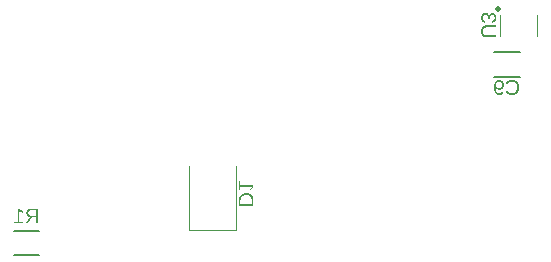
<source format=gbo>
G04 EAGLE Gerber RS-274X export*
G75*
%MOMM*%
%FSLAX34Y34*%
%LPD*%
%INSilkscreen Bottom*%
%IPPOS*%
%AMOC8*
5,1,8,0,0,1.08239X$1,22.5*%
G01*
G04 Define Apertures*
%ADD10C,0.127000*%
%ADD11C,0.500000*%
%ADD12C,0.120000*%
G36*
X147989Y83945D02*
X151834Y83945D01*
X151834Y78821D01*
X153507Y78821D01*
X153507Y91162D01*
X147700Y91162D01*
X147194Y91147D01*
X146718Y91103D01*
X146271Y91031D01*
X145853Y90929D01*
X145466Y90797D01*
X145108Y90637D01*
X144780Y90448D01*
X144482Y90229D01*
X144216Y89984D01*
X143985Y89717D01*
X143790Y89427D01*
X143631Y89113D01*
X143507Y88777D01*
X143418Y88418D01*
X143365Y88037D01*
X143347Y87632D01*
X143360Y87295D01*
X143398Y86972D01*
X143460Y86662D01*
X143548Y86366D01*
X143660Y86084D01*
X143798Y85816D01*
X143961Y85561D01*
X144149Y85320D01*
X144359Y85096D01*
X144588Y84895D01*
X144835Y84714D01*
X144946Y84648D01*
X145102Y84556D01*
X145388Y84419D01*
X145693Y84303D01*
X146017Y84210D01*
X146360Y84137D01*
X144869Y81874D01*
X142857Y78821D01*
X144784Y78821D01*
X147989Y83945D01*
G37*
%LPC*%
G36*
X147797Y85267D02*
X147476Y85277D01*
X147173Y85306D01*
X146889Y85354D01*
X146624Y85422D01*
X146378Y85508D01*
X146150Y85615D01*
X145942Y85740D01*
X145752Y85885D01*
X145582Y86047D01*
X145436Y86224D01*
X145311Y86417D01*
X145210Y86626D01*
X145131Y86850D01*
X145074Y87089D01*
X145040Y87344D01*
X145029Y87615D01*
X145041Y87876D01*
X145075Y88121D01*
X145132Y88351D01*
X145212Y88564D01*
X145315Y88761D01*
X145440Y88942D01*
X145589Y89108D01*
X145760Y89257D01*
X145953Y89389D01*
X146166Y89504D01*
X146399Y89601D01*
X146653Y89681D01*
X146926Y89742D01*
X147220Y89786D01*
X147533Y89813D01*
X147867Y89822D01*
X151834Y89822D01*
X151834Y85267D01*
X147797Y85267D01*
G37*
%LPD*%
G36*
X140644Y80161D02*
X137499Y80161D01*
X137499Y89655D01*
X140285Y87667D01*
X140285Y89156D01*
X137368Y91162D01*
X135914Y91162D01*
X135914Y80161D01*
X132910Y80161D01*
X132910Y78821D01*
X140644Y78821D01*
X140644Y80161D01*
G37*
G36*
X540966Y237968D02*
X533250Y237968D01*
X532840Y237981D01*
X532455Y238022D01*
X532096Y238089D01*
X531763Y238183D01*
X531455Y238303D01*
X531172Y238451D01*
X530915Y238625D01*
X530683Y238826D01*
X530478Y239053D01*
X530300Y239303D01*
X530150Y239577D01*
X530026Y239875D01*
X529931Y240197D01*
X529862Y240542D01*
X529821Y240912D01*
X529807Y241305D01*
X529822Y241709D01*
X529864Y242091D01*
X529935Y242449D01*
X530034Y242784D01*
X530162Y243096D01*
X530317Y243385D01*
X530501Y243651D01*
X530714Y243893D01*
X530954Y244110D01*
X531219Y244297D01*
X531511Y244456D01*
X531830Y244586D01*
X532174Y244687D01*
X532544Y244759D01*
X532941Y244803D01*
X533363Y244817D01*
X540966Y244817D01*
X540966Y246481D01*
X533267Y246481D01*
X532899Y246471D01*
X532544Y246442D01*
X532202Y246392D01*
X531872Y246323D01*
X531556Y246233D01*
X531252Y246124D01*
X530961Y245995D01*
X530683Y245846D01*
X530420Y245679D01*
X530172Y245496D01*
X529941Y245296D01*
X529725Y245080D01*
X529526Y244847D01*
X529342Y244598D01*
X529175Y244333D01*
X529024Y244051D01*
X528889Y243754D01*
X528773Y243445D01*
X528674Y243122D01*
X528593Y242786D01*
X528531Y242438D01*
X528486Y242076D01*
X528459Y241701D01*
X528450Y241314D01*
X528458Y240941D01*
X528484Y240580D01*
X528527Y240232D01*
X528588Y239895D01*
X528665Y239570D01*
X528760Y239258D01*
X528872Y238957D01*
X529002Y238669D01*
X529147Y238394D01*
X529309Y238135D01*
X529486Y237893D01*
X529678Y237666D01*
X529886Y237455D01*
X530110Y237260D01*
X530349Y237080D01*
X530604Y236917D01*
X530873Y236771D01*
X531155Y236645D01*
X531449Y236538D01*
X531756Y236451D01*
X532076Y236383D01*
X532408Y236334D01*
X532752Y236305D01*
X533109Y236295D01*
X540966Y236295D01*
X540966Y237968D01*
G37*
G36*
X531944Y250192D02*
X531679Y250240D01*
X531431Y250303D01*
X531200Y250383D01*
X530987Y250479D01*
X530790Y250590D01*
X530610Y250718D01*
X530448Y250862D01*
X530302Y251022D01*
X530174Y251198D01*
X530063Y251390D01*
X529969Y251599D01*
X529892Y251823D01*
X529832Y252063D01*
X529789Y252320D01*
X529763Y252592D01*
X529755Y252881D01*
X529764Y253171D01*
X529792Y253445D01*
X529837Y253702D01*
X529902Y253944D01*
X529984Y254170D01*
X530085Y254380D01*
X530204Y254573D01*
X530342Y254751D01*
X530497Y254910D01*
X530671Y255048D01*
X530862Y255165D01*
X531071Y255260D01*
X531298Y255334D01*
X531542Y255387D01*
X531804Y255419D01*
X532085Y255430D01*
X532330Y255418D01*
X532561Y255381D01*
X532778Y255321D01*
X532981Y255236D01*
X533171Y255127D01*
X533347Y254994D01*
X533509Y254836D01*
X533657Y254655D01*
X533789Y254450D01*
X533904Y254224D01*
X534001Y253977D01*
X534080Y253708D01*
X534142Y253417D01*
X534186Y253105D01*
X534213Y252772D01*
X534222Y252417D01*
X534222Y251524D01*
X535588Y251524D01*
X535588Y252382D01*
X535597Y252697D01*
X535623Y252994D01*
X535667Y253272D01*
X535729Y253533D01*
X535809Y253775D01*
X535906Y253999D01*
X536021Y254204D01*
X536153Y254392D01*
X536301Y254559D01*
X536463Y254704D01*
X536638Y254827D01*
X536826Y254927D01*
X537028Y255005D01*
X537244Y255061D01*
X537474Y255095D01*
X537716Y255106D01*
X537957Y255097D01*
X538185Y255069D01*
X538400Y255024D01*
X538602Y254960D01*
X538791Y254878D01*
X538967Y254778D01*
X539130Y254660D01*
X539280Y254523D01*
X539414Y254369D01*
X539531Y254197D01*
X539629Y254007D01*
X539710Y253800D01*
X539773Y253575D01*
X539818Y253332D01*
X539844Y253072D01*
X539853Y252794D01*
X539845Y252539D01*
X539820Y252297D01*
X539778Y252068D01*
X539720Y251851D01*
X539645Y251646D01*
X539553Y251454D01*
X539444Y251275D01*
X539319Y251108D01*
X539179Y250955D01*
X539025Y250819D01*
X538857Y250700D01*
X538675Y250598D01*
X538480Y250513D01*
X538271Y250445D01*
X538049Y250393D01*
X537813Y250359D01*
X537935Y248773D01*
X538304Y248831D01*
X538651Y248918D01*
X538978Y249032D01*
X539284Y249175D01*
X539569Y249346D01*
X539834Y249546D01*
X540077Y249774D01*
X540300Y250030D01*
X540499Y250310D01*
X540672Y250610D01*
X540818Y250928D01*
X540937Y251266D01*
X541030Y251624D01*
X541097Y252000D01*
X541136Y252396D01*
X541150Y252811D01*
X541136Y253262D01*
X541096Y253688D01*
X541028Y254087D01*
X540934Y254461D01*
X540813Y254809D01*
X540664Y255131D01*
X540489Y255427D01*
X540287Y255697D01*
X540061Y255938D01*
X539813Y256147D01*
X539545Y256324D01*
X539255Y256469D01*
X538943Y256581D01*
X538611Y256662D01*
X538258Y256710D01*
X537883Y256726D01*
X537594Y256716D01*
X537319Y256685D01*
X537058Y256633D01*
X536811Y256561D01*
X536578Y256468D01*
X536358Y256354D01*
X536152Y256220D01*
X535960Y256065D01*
X535783Y255890D01*
X535620Y255697D01*
X535472Y255485D01*
X535340Y255254D01*
X535222Y255004D01*
X535119Y254735D01*
X535031Y254448D01*
X534957Y254142D01*
X534922Y254142D01*
X534875Y254479D01*
X534809Y254796D01*
X534722Y255094D01*
X534616Y255373D01*
X534490Y255633D01*
X534344Y255873D01*
X534179Y256095D01*
X533994Y256297D01*
X533793Y256478D01*
X533579Y256634D01*
X533353Y256767D01*
X533114Y256875D01*
X532862Y256959D01*
X532598Y257020D01*
X532321Y257056D01*
X532032Y257068D01*
X531617Y257051D01*
X531226Y257000D01*
X530860Y256915D01*
X530517Y256796D01*
X530198Y256643D01*
X529904Y256457D01*
X529633Y256236D01*
X529387Y255982D01*
X529167Y255696D01*
X528977Y255381D01*
X528816Y255037D01*
X528684Y254663D01*
X528582Y254261D01*
X528508Y253830D01*
X528465Y253370D01*
X528450Y252881D01*
X528463Y252424D01*
X528503Y251991D01*
X528569Y251582D01*
X528661Y251196D01*
X528780Y250834D01*
X528925Y250496D01*
X529097Y250181D01*
X529295Y249890D01*
X529519Y249625D01*
X529768Y249388D01*
X530043Y249180D01*
X530343Y249000D01*
X530668Y248848D01*
X531019Y248725D01*
X531394Y248630D01*
X531796Y248563D01*
X531944Y250192D01*
G37*
G36*
X544103Y187487D02*
X544437Y187516D01*
X544754Y187563D01*
X545052Y187630D01*
X545333Y187716D01*
X545596Y187820D01*
X545840Y187944D01*
X546067Y188087D01*
X546277Y188250D01*
X546472Y188438D01*
X546651Y188648D01*
X546815Y188882D01*
X546963Y189140D01*
X547096Y189421D01*
X547213Y189725D01*
X547315Y190053D01*
X545809Y190289D01*
X545673Y189928D01*
X545501Y189615D01*
X545294Y189350D01*
X545051Y189133D01*
X544773Y188965D01*
X544459Y188844D01*
X544109Y188772D01*
X543921Y188754D01*
X543724Y188748D01*
X543394Y188768D01*
X543084Y188827D01*
X542792Y188925D01*
X542520Y189063D01*
X542267Y189240D01*
X542033Y189457D01*
X541818Y189713D01*
X541622Y190009D01*
X541447Y190341D01*
X541294Y190707D01*
X541164Y191106D01*
X541055Y191540D01*
X540969Y192006D01*
X540905Y192507D01*
X540862Y193041D01*
X540843Y193609D01*
X540938Y193417D01*
X541049Y193234D01*
X541176Y193061D01*
X541318Y192898D01*
X541476Y192745D01*
X541649Y192601D01*
X541838Y192467D01*
X542043Y192343D01*
X542258Y192231D01*
X542478Y192134D01*
X542703Y192052D01*
X542934Y191985D01*
X543170Y191933D01*
X543411Y191896D01*
X543657Y191873D01*
X543908Y191866D01*
X544314Y191884D01*
X544699Y191937D01*
X545063Y192026D01*
X545406Y192151D01*
X545728Y192311D01*
X546030Y192506D01*
X546311Y192738D01*
X546571Y193004D01*
X546805Y193301D01*
X547008Y193620D01*
X547179Y193963D01*
X547320Y194329D01*
X547429Y194719D01*
X547507Y195131D01*
X547554Y195567D01*
X547569Y196026D01*
X547552Y196497D01*
X547501Y196942D01*
X547416Y197362D01*
X547298Y197755D01*
X547145Y198122D01*
X546958Y198464D01*
X546738Y198780D01*
X546483Y199070D01*
X546198Y199329D01*
X545887Y199554D01*
X545549Y199745D01*
X545185Y199901D01*
X544794Y200022D01*
X544376Y200108D01*
X543932Y200160D01*
X543461Y200178D01*
X543208Y200172D01*
X542962Y200154D01*
X542495Y200082D01*
X542058Y199963D01*
X541653Y199797D01*
X541279Y199582D01*
X540936Y199320D01*
X540624Y199011D01*
X540343Y198654D01*
X540095Y198249D01*
X539880Y197796D01*
X539698Y197295D01*
X539549Y196747D01*
X539433Y196150D01*
X539350Y195506D01*
X539300Y194813D01*
X539284Y194073D01*
X539302Y193301D01*
X539356Y192575D01*
X539447Y191895D01*
X539574Y191262D01*
X539737Y190674D01*
X539936Y190132D01*
X540172Y189636D01*
X540444Y189186D01*
X540750Y188785D01*
X541086Y188439D01*
X541453Y188145D01*
X541851Y187905D01*
X542280Y187718D01*
X542506Y187645D01*
X542739Y187585D01*
X542980Y187538D01*
X543229Y187505D01*
X543486Y187485D01*
X543750Y187478D01*
X544103Y187487D01*
G37*
%LPC*%
G36*
X543196Y193129D02*
X542872Y193187D01*
X542561Y193284D01*
X542262Y193421D01*
X541984Y193592D01*
X541737Y193796D01*
X541522Y194032D01*
X541338Y194301D01*
X541190Y194595D01*
X541085Y194909D01*
X541021Y195243D01*
X541000Y195597D01*
X541011Y195960D01*
X541043Y196305D01*
X541096Y196632D01*
X541171Y196940D01*
X541267Y197231D01*
X541385Y197503D01*
X541523Y197757D01*
X541683Y197992D01*
X541862Y198205D01*
X542054Y198389D01*
X542261Y198545D01*
X542483Y198672D01*
X542719Y198771D01*
X542969Y198842D01*
X543234Y198885D01*
X543514Y198899D01*
X543791Y198887D01*
X544053Y198851D01*
X544300Y198790D01*
X544532Y198705D01*
X544749Y198596D01*
X544951Y198463D01*
X545138Y198306D01*
X545310Y198124D01*
X545463Y197922D01*
X545597Y197702D01*
X545710Y197466D01*
X545802Y197212D01*
X545874Y196941D01*
X545925Y196653D01*
X545956Y196348D01*
X545966Y196026D01*
X545956Y195698D01*
X545925Y195387D01*
X545874Y195094D01*
X545802Y194819D01*
X545710Y194561D01*
X545597Y194321D01*
X545463Y194098D01*
X545310Y193893D01*
X545138Y193710D01*
X544952Y193551D01*
X544752Y193416D01*
X544537Y193306D01*
X544307Y193220D01*
X544063Y193159D01*
X543805Y193122D01*
X543532Y193110D01*
X543196Y193129D01*
G37*
%LPD*%
G36*
X554909Y187490D02*
X555352Y187526D01*
X555779Y187587D01*
X556190Y187672D01*
X556586Y187781D01*
X556966Y187914D01*
X557330Y188071D01*
X557678Y188253D01*
X558009Y188457D01*
X558319Y188682D01*
X558609Y188928D01*
X558878Y189195D01*
X559128Y189482D01*
X559357Y189790D01*
X559565Y190119D01*
X559754Y190469D01*
X559921Y190837D01*
X560066Y191222D01*
X560189Y191624D01*
X560289Y192042D01*
X560368Y192477D01*
X560423Y192928D01*
X560457Y193396D01*
X560468Y193880D01*
X560462Y194244D01*
X560443Y194598D01*
X560412Y194942D01*
X560368Y195276D01*
X560312Y195600D01*
X560244Y195914D01*
X560163Y196218D01*
X560069Y196512D01*
X559964Y196796D01*
X559845Y197070D01*
X559571Y197588D01*
X559247Y198067D01*
X558874Y198505D01*
X558456Y198897D01*
X558000Y199237D01*
X557758Y199387D01*
X557506Y199524D01*
X557244Y199648D01*
X556973Y199759D01*
X556693Y199858D01*
X556402Y199942D01*
X556102Y200014D01*
X555793Y200073D01*
X555474Y200119D01*
X555145Y200152D01*
X554807Y200171D01*
X554460Y200178D01*
X553977Y200166D01*
X553515Y200130D01*
X553073Y200069D01*
X552651Y199985D01*
X552249Y199877D01*
X551868Y199744D01*
X551507Y199588D01*
X551166Y199407D01*
X550847Y199203D01*
X550549Y198975D01*
X550273Y198724D01*
X550019Y198450D01*
X549787Y198153D01*
X549577Y197832D01*
X549388Y197488D01*
X549222Y197121D01*
X550807Y196595D01*
X550923Y196857D01*
X551054Y197102D01*
X551202Y197332D01*
X551367Y197546D01*
X551547Y197744D01*
X551744Y197926D01*
X551957Y198092D01*
X552187Y198242D01*
X552430Y198376D01*
X552684Y198491D01*
X552949Y198589D01*
X553226Y198669D01*
X553513Y198731D01*
X553812Y198776D01*
X554121Y198802D01*
X554442Y198811D01*
X554940Y198791D01*
X555410Y198729D01*
X555851Y198626D01*
X556264Y198482D01*
X556648Y198296D01*
X557004Y198070D01*
X557331Y197802D01*
X557630Y197493D01*
X557897Y197148D01*
X558128Y196773D01*
X558324Y196367D01*
X558484Y195931D01*
X558609Y195464D01*
X558698Y194967D01*
X558751Y194439D01*
X558769Y193880D01*
X558750Y193327D01*
X558695Y192802D01*
X558602Y192304D01*
X558472Y191834D01*
X558305Y191392D01*
X558101Y190978D01*
X557860Y190591D01*
X557582Y190232D01*
X557272Y189909D01*
X556936Y189629D01*
X556574Y189392D01*
X556186Y189198D01*
X555772Y189047D01*
X555331Y188939D01*
X554865Y188874D01*
X554372Y188853D01*
X554053Y188863D01*
X553744Y188893D01*
X553445Y188943D01*
X553156Y189013D01*
X552877Y189104D01*
X552609Y189214D01*
X552350Y189344D01*
X552101Y189494D01*
X551863Y189665D01*
X551634Y189855D01*
X551416Y190066D01*
X551207Y190296D01*
X551009Y190547D01*
X550821Y190818D01*
X550643Y191108D01*
X550474Y191419D01*
X549108Y190736D01*
X549308Y190349D01*
X549528Y189987D01*
X549766Y189648D01*
X550024Y189332D01*
X550302Y189041D01*
X550598Y188774D01*
X550914Y188530D01*
X551250Y188310D01*
X551601Y188115D01*
X551967Y187946D01*
X552346Y187803D01*
X552740Y187686D01*
X553147Y187595D01*
X553568Y187530D01*
X554002Y187491D01*
X554451Y187478D01*
X554909Y187490D01*
G37*
G36*
X335571Y97924D02*
X335565Y98311D01*
X335546Y98686D01*
X335516Y99050D01*
X335473Y99402D01*
X335417Y99744D01*
X335350Y100074D01*
X335270Y100394D01*
X335178Y100702D01*
X335073Y100999D01*
X334957Y101284D01*
X334828Y101559D01*
X334686Y101822D01*
X334533Y102074D01*
X334367Y102315D01*
X334189Y102545D01*
X333999Y102763D01*
X333797Y102970D01*
X333585Y103163D01*
X333362Y103342D01*
X333130Y103509D01*
X332886Y103662D01*
X332633Y103801D01*
X332369Y103928D01*
X332095Y104041D01*
X331810Y104141D01*
X331515Y104227D01*
X331210Y104300D01*
X330894Y104360D01*
X330568Y104407D01*
X330231Y104440D01*
X329885Y104460D01*
X329527Y104467D01*
X329058Y104455D01*
X328603Y104420D01*
X328162Y104362D01*
X327737Y104281D01*
X327327Y104176D01*
X326932Y104048D01*
X326551Y103897D01*
X326186Y103722D01*
X325838Y103526D01*
X325512Y103311D01*
X325206Y103077D01*
X324921Y102822D01*
X324658Y102549D01*
X324415Y102256D01*
X324193Y101943D01*
X323992Y101612D01*
X323813Y101263D01*
X323659Y100902D01*
X323528Y100528D01*
X323420Y100140D01*
X323337Y99739D01*
X323278Y99326D01*
X323242Y98899D01*
X323230Y98458D01*
X323230Y93843D01*
X335571Y93843D01*
X335571Y97924D01*
G37*
%LPC*%
G36*
X324570Y95516D02*
X324570Y98266D01*
X324579Y98600D01*
X324607Y98924D01*
X324654Y99238D01*
X324719Y99541D01*
X324803Y99834D01*
X324905Y100117D01*
X325026Y100390D01*
X325166Y100652D01*
X325323Y100902D01*
X325496Y101137D01*
X325686Y101357D01*
X325893Y101562D01*
X326115Y101752D01*
X326355Y101928D01*
X326610Y102088D01*
X326882Y102233D01*
X327169Y102363D01*
X327468Y102475D01*
X327780Y102570D01*
X328104Y102647D01*
X328441Y102708D01*
X328791Y102751D01*
X329153Y102777D01*
X329527Y102785D01*
X330084Y102766D01*
X330607Y102707D01*
X331095Y102608D01*
X331550Y102471D01*
X331970Y102294D01*
X332356Y102078D01*
X332708Y101823D01*
X333026Y101528D01*
X333309Y101197D01*
X333553Y100830D01*
X333760Y100427D01*
X333930Y99990D01*
X334061Y99518D01*
X334155Y99010D01*
X334212Y98467D01*
X334231Y97889D01*
X334231Y95516D01*
X324570Y95516D01*
G37*
%LPD*%
G36*
X324570Y109851D02*
X334064Y109851D01*
X332076Y107065D01*
X333565Y107065D01*
X335571Y109982D01*
X335571Y111436D01*
X324570Y111436D01*
X324570Y114440D01*
X323230Y114440D01*
X323230Y106706D01*
X324570Y106706D01*
X324570Y109851D01*
G37*
D10*
X132760Y72471D02*
X154260Y72471D01*
X154260Y51989D02*
X132760Y51989D01*
D11*
X542555Y260170D03*
D12*
X544455Y255130D02*
X544455Y237630D01*
X575685Y237630D02*
X575685Y255130D01*
D10*
X560910Y202893D02*
X538910Y202893D01*
X538910Y223827D02*
X560910Y223827D01*
D12*
X320690Y126990D02*
X320690Y73084D01*
X281290Y73084D01*
X281290Y126990D01*
M02*

</source>
